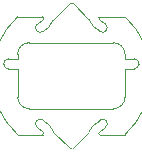
<source format=gbr>
%TF.GenerationSoftware,KiCad,Pcbnew,9.0.1*%
%TF.CreationDate,2025-07-16T17:40:13-04:00*%
%TF.ProjectId,flowstick_junction_pcb,666c6f77-7374-4696-936b-5f6a756e6374,rev?*%
%TF.SameCoordinates,Original*%
%TF.FileFunction,Profile,NP*%
%FSLAX46Y46*%
G04 Gerber Fmt 4.6, Leading zero omitted, Abs format (unit mm)*
G04 Created by KiCad (PCBNEW 9.0.1) date 2025-07-16 17:40:13*
%MOMM*%
%LPD*%
G01*
G04 APERTURE LIST*
%TA.AperFunction,Profile*%
%ADD10C,0.050000*%
%TD*%
G04 APERTURE END LIST*
D10*
X157325011Y-89225000D02*
X156550010Y-89225000D01*
X156550010Y-88375000D02*
X156550010Y-87999999D01*
X146275010Y-88825000D02*
X146275010Y-88775000D01*
X146275010Y-88775000D02*
G75*
G02*
X146675010Y-88375010I399990J0D01*
G01*
X156550010Y-89225000D02*
X156550010Y-91600001D01*
X149572610Y-84815076D02*
G75*
G02*
X149626590Y-84999302I-10J-100024D01*
G01*
X156550010Y-91600001D02*
G75*
G02*
X155550011Y-92600010I-1000010J1D01*
G01*
X152123756Y-95927905D02*
G75*
G02*
X151876255Y-95927916I-123756J123705D01*
G01*
X149572610Y-84815076D02*
X147448855Y-84815076D01*
X150137450Y-93984230D02*
G75*
G02*
X150448783Y-94479235I-564850J-700670D01*
G01*
X153524573Y-85072912D02*
X152123755Y-83672094D01*
X155550011Y-92600000D02*
X148450010Y-92600000D01*
X151876264Y-83672095D02*
X150475434Y-85072925D01*
X148450010Y-92600000D02*
G75*
G02*
X147450000Y-91600000I-10J1000000D01*
G01*
X150475434Y-94527075D02*
X151876265Y-95927906D01*
X154373147Y-94600922D02*
X154891103Y-94182681D01*
X154388770Y-86039944D02*
X153862569Y-85615769D01*
X150448803Y-85120770D02*
G75*
G02*
X150475437Y-85072928I97297J-22830D01*
G01*
X154891102Y-85417318D02*
G75*
G02*
X154388791Y-86039918I-251302J-311182D01*
G01*
X156551165Y-84815076D02*
G75*
G02*
X156551165Y-94784924I-4551165J-4984924D01*
G01*
X147450010Y-88375000D02*
X147450010Y-88000000D01*
X149611261Y-86039935D02*
G75*
G02*
X149104201Y-85421111I-251061J311435D01*
G01*
X155550011Y-87000000D02*
G75*
G02*
X156550000Y-87999999I-11J-1000000D01*
G01*
X155550011Y-87000000D02*
X148450010Y-87000000D01*
X154373161Y-84999090D02*
G75*
G02*
X154427395Y-84815119I54239J83990D01*
G01*
X157325011Y-88375000D02*
X156550010Y-88375000D01*
X154388772Y-93560056D02*
G75*
G02*
X154891123Y-94182706I251028J-311444D01*
G01*
X147450010Y-89225000D02*
X146675010Y-89225000D01*
X147450010Y-88375000D02*
X146675010Y-88375000D01*
X154388771Y-93560055D02*
X153862569Y-93984231D01*
X149611261Y-86039935D02*
X150137451Y-85615769D01*
X151876264Y-83672095D02*
G75*
G02*
X152123745Y-83672104I123736J-123705D01*
G01*
X147450010Y-89225000D02*
X147450010Y-91600000D01*
X149626816Y-94600876D02*
G75*
G02*
X149572610Y-94784897I-54216J-84024D01*
G01*
X152123756Y-95927905D02*
X153524574Y-94527087D01*
X154427394Y-94784924D02*
G75*
G02*
X154373122Y-94600884I6J100024D01*
G01*
X153551217Y-94479230D02*
G75*
G02*
X153524575Y-94527088I-97317J22830D01*
G01*
X157325011Y-88375000D02*
G75*
G02*
X157725000Y-88774999I-11J-400000D01*
G01*
X147448855Y-94784924D02*
X149572610Y-94784924D01*
X153551217Y-94479230D02*
G75*
G02*
X153862560Y-93984220I876183J-205670D01*
G01*
X149611278Y-93560079D02*
X150137450Y-93984230D01*
X149108946Y-94182704D02*
G75*
G02*
X149611241Y-93560124I251254J311204D01*
G01*
X154427394Y-94784924D02*
X156551165Y-94784924D01*
X154373161Y-84999090D02*
X154891102Y-85417318D01*
X147448855Y-94784924D02*
G75*
G02*
X147448855Y-84815076I4551145J4984924D01*
G01*
X147450010Y-88000000D02*
G75*
G02*
X148450010Y-87000010I999990J0D01*
G01*
X146675010Y-89225000D02*
G75*
G02*
X146275000Y-88825000I-10J400000D01*
G01*
X149626592Y-84999305D02*
X149104210Y-85421121D01*
X153862569Y-85615769D02*
G75*
G02*
X153551231Y-85120767I564831J700669D01*
G01*
X153524573Y-85072912D02*
G75*
G02*
X153551215Y-85120770I-70673J-70688D01*
G01*
X157725010Y-88825000D02*
X157725010Y-88774999D01*
X150475434Y-94527075D02*
G75*
G02*
X150448799Y-94479231I70666J70675D01*
G01*
X157725010Y-88825000D02*
G75*
G02*
X157325011Y-89225010I-400010J0D01*
G01*
X149626816Y-94600876D02*
X149108946Y-94182704D01*
X156551165Y-84815076D02*
X154427395Y-84815076D01*
X150448803Y-85120770D02*
G75*
G02*
X150137464Y-85615785I-876203J205670D01*
G01*
M02*

</source>
